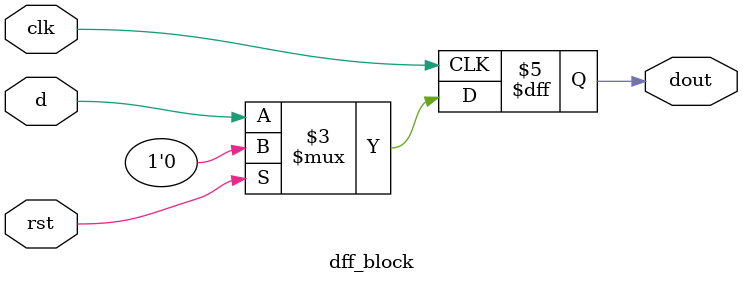
<source format=v>
module dff_block(clk,rst,d,dout);
    input clk,rst,d;
    output reg dout;
    always@ (posedge clk)
    begin
        if(rst)
            dout = 1'b0;
        else
            dout = d;
     end
endmodule

</source>
